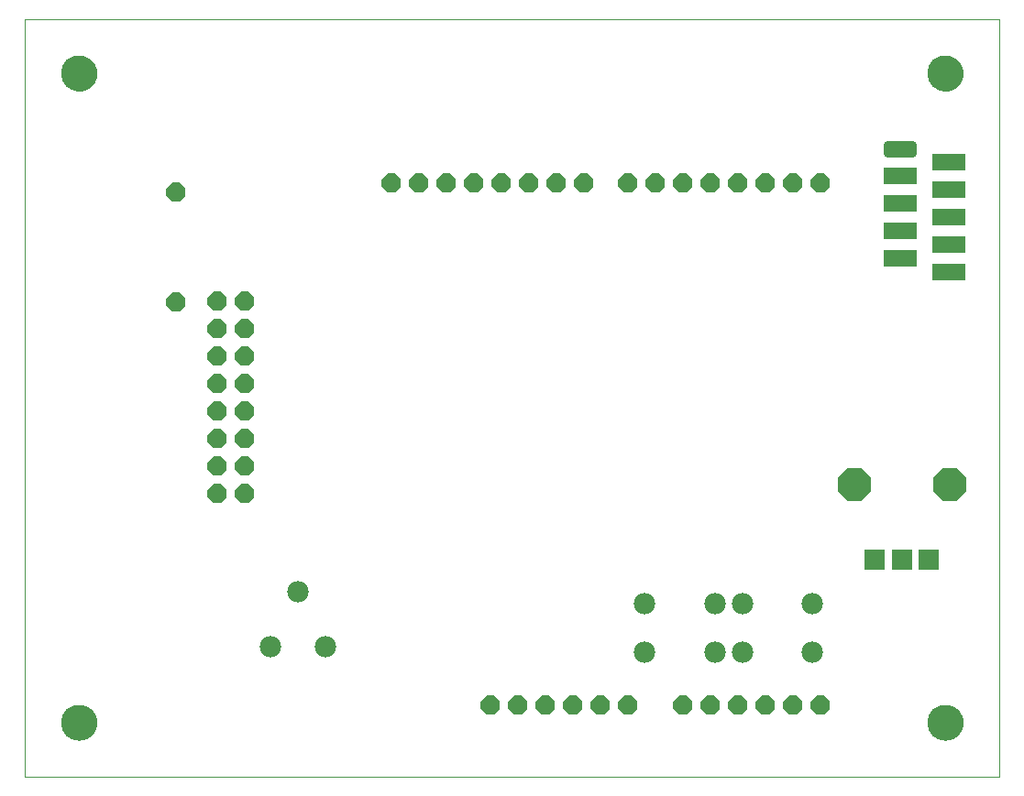
<source format=gbs>
G75*
%MOIN*%
%OFA0B0*%
%FSLAX25Y25*%
%IPPOS*%
%LPD*%
%AMOC8*
5,1,8,0,0,1.08239X$1,22.5*
%
%ADD10C,0.00394*%
%ADD11OC8,0.07000*%
%ADD12C,0.00000*%
%ADD13C,0.12998*%
%ADD14C,0.07800*%
%ADD15C,0.03153*%
%ADD16R,0.12211X0.06306*%
%ADD17R,0.07800X0.07800*%
%ADD18OC8,0.12211*%
D10*
X0020800Y0011800D02*
X0020800Y0287391D01*
X0375131Y0287391D01*
X0375131Y0011800D01*
X0020800Y0011800D01*
D11*
X0090603Y0114595D03*
X0100603Y0114595D03*
X0100603Y0124595D03*
X0090603Y0124595D03*
X0090603Y0134595D03*
X0100603Y0134595D03*
X0100603Y0144595D03*
X0090603Y0144595D03*
X0090603Y0154595D03*
X0100603Y0154595D03*
X0100603Y0164595D03*
X0090603Y0164595D03*
X0090603Y0174595D03*
X0100603Y0174595D03*
X0100603Y0184595D03*
X0090603Y0184595D03*
X0075789Y0184509D03*
X0075789Y0224509D03*
X0154170Y0227548D03*
X0164170Y0227548D03*
X0174170Y0227548D03*
X0184170Y0227548D03*
X0194170Y0227548D03*
X0204170Y0227548D03*
X0214170Y0227548D03*
X0224170Y0227548D03*
X0240170Y0227548D03*
X0250170Y0227548D03*
X0260170Y0227548D03*
X0270170Y0227548D03*
X0280170Y0227548D03*
X0290170Y0227548D03*
X0300170Y0227548D03*
X0310170Y0227548D03*
X0310170Y0037548D03*
X0300170Y0037548D03*
X0290170Y0037548D03*
X0280170Y0037548D03*
X0270170Y0037548D03*
X0260170Y0037548D03*
X0240170Y0037548D03*
X0230170Y0037548D03*
X0220170Y0037548D03*
X0210170Y0037548D03*
X0200170Y0037548D03*
X0190170Y0037548D03*
D12*
X0034186Y0031485D02*
X0034188Y0031643D01*
X0034194Y0031801D01*
X0034204Y0031959D01*
X0034218Y0032117D01*
X0034236Y0032274D01*
X0034257Y0032431D01*
X0034283Y0032587D01*
X0034313Y0032743D01*
X0034346Y0032898D01*
X0034384Y0033051D01*
X0034425Y0033204D01*
X0034470Y0033356D01*
X0034519Y0033507D01*
X0034572Y0033656D01*
X0034628Y0033804D01*
X0034688Y0033950D01*
X0034752Y0034095D01*
X0034820Y0034238D01*
X0034891Y0034380D01*
X0034965Y0034520D01*
X0035043Y0034657D01*
X0035125Y0034793D01*
X0035209Y0034927D01*
X0035298Y0035058D01*
X0035389Y0035187D01*
X0035484Y0035314D01*
X0035581Y0035439D01*
X0035682Y0035561D01*
X0035786Y0035680D01*
X0035893Y0035797D01*
X0036003Y0035911D01*
X0036116Y0036022D01*
X0036231Y0036131D01*
X0036349Y0036236D01*
X0036470Y0036338D01*
X0036593Y0036438D01*
X0036719Y0036534D01*
X0036847Y0036627D01*
X0036977Y0036717D01*
X0037110Y0036803D01*
X0037245Y0036887D01*
X0037381Y0036966D01*
X0037520Y0037043D01*
X0037661Y0037115D01*
X0037803Y0037185D01*
X0037947Y0037250D01*
X0038093Y0037312D01*
X0038240Y0037370D01*
X0038389Y0037425D01*
X0038539Y0037476D01*
X0038690Y0037523D01*
X0038842Y0037566D01*
X0038995Y0037605D01*
X0039150Y0037641D01*
X0039305Y0037672D01*
X0039461Y0037700D01*
X0039617Y0037724D01*
X0039774Y0037744D01*
X0039932Y0037760D01*
X0040089Y0037772D01*
X0040248Y0037780D01*
X0040406Y0037784D01*
X0040564Y0037784D01*
X0040722Y0037780D01*
X0040881Y0037772D01*
X0041038Y0037760D01*
X0041196Y0037744D01*
X0041353Y0037724D01*
X0041509Y0037700D01*
X0041665Y0037672D01*
X0041820Y0037641D01*
X0041975Y0037605D01*
X0042128Y0037566D01*
X0042280Y0037523D01*
X0042431Y0037476D01*
X0042581Y0037425D01*
X0042730Y0037370D01*
X0042877Y0037312D01*
X0043023Y0037250D01*
X0043167Y0037185D01*
X0043309Y0037115D01*
X0043450Y0037043D01*
X0043589Y0036966D01*
X0043725Y0036887D01*
X0043860Y0036803D01*
X0043993Y0036717D01*
X0044123Y0036627D01*
X0044251Y0036534D01*
X0044377Y0036438D01*
X0044500Y0036338D01*
X0044621Y0036236D01*
X0044739Y0036131D01*
X0044854Y0036022D01*
X0044967Y0035911D01*
X0045077Y0035797D01*
X0045184Y0035680D01*
X0045288Y0035561D01*
X0045389Y0035439D01*
X0045486Y0035314D01*
X0045581Y0035187D01*
X0045672Y0035058D01*
X0045761Y0034927D01*
X0045845Y0034793D01*
X0045927Y0034657D01*
X0046005Y0034520D01*
X0046079Y0034380D01*
X0046150Y0034238D01*
X0046218Y0034095D01*
X0046282Y0033950D01*
X0046342Y0033804D01*
X0046398Y0033656D01*
X0046451Y0033507D01*
X0046500Y0033356D01*
X0046545Y0033204D01*
X0046586Y0033051D01*
X0046624Y0032898D01*
X0046657Y0032743D01*
X0046687Y0032587D01*
X0046713Y0032431D01*
X0046734Y0032274D01*
X0046752Y0032117D01*
X0046766Y0031959D01*
X0046776Y0031801D01*
X0046782Y0031643D01*
X0046784Y0031485D01*
X0046782Y0031327D01*
X0046776Y0031169D01*
X0046766Y0031011D01*
X0046752Y0030853D01*
X0046734Y0030696D01*
X0046713Y0030539D01*
X0046687Y0030383D01*
X0046657Y0030227D01*
X0046624Y0030072D01*
X0046586Y0029919D01*
X0046545Y0029766D01*
X0046500Y0029614D01*
X0046451Y0029463D01*
X0046398Y0029314D01*
X0046342Y0029166D01*
X0046282Y0029020D01*
X0046218Y0028875D01*
X0046150Y0028732D01*
X0046079Y0028590D01*
X0046005Y0028450D01*
X0045927Y0028313D01*
X0045845Y0028177D01*
X0045761Y0028043D01*
X0045672Y0027912D01*
X0045581Y0027783D01*
X0045486Y0027656D01*
X0045389Y0027531D01*
X0045288Y0027409D01*
X0045184Y0027290D01*
X0045077Y0027173D01*
X0044967Y0027059D01*
X0044854Y0026948D01*
X0044739Y0026839D01*
X0044621Y0026734D01*
X0044500Y0026632D01*
X0044377Y0026532D01*
X0044251Y0026436D01*
X0044123Y0026343D01*
X0043993Y0026253D01*
X0043860Y0026167D01*
X0043725Y0026083D01*
X0043589Y0026004D01*
X0043450Y0025927D01*
X0043309Y0025855D01*
X0043167Y0025785D01*
X0043023Y0025720D01*
X0042877Y0025658D01*
X0042730Y0025600D01*
X0042581Y0025545D01*
X0042431Y0025494D01*
X0042280Y0025447D01*
X0042128Y0025404D01*
X0041975Y0025365D01*
X0041820Y0025329D01*
X0041665Y0025298D01*
X0041509Y0025270D01*
X0041353Y0025246D01*
X0041196Y0025226D01*
X0041038Y0025210D01*
X0040881Y0025198D01*
X0040722Y0025190D01*
X0040564Y0025186D01*
X0040406Y0025186D01*
X0040248Y0025190D01*
X0040089Y0025198D01*
X0039932Y0025210D01*
X0039774Y0025226D01*
X0039617Y0025246D01*
X0039461Y0025270D01*
X0039305Y0025298D01*
X0039150Y0025329D01*
X0038995Y0025365D01*
X0038842Y0025404D01*
X0038690Y0025447D01*
X0038539Y0025494D01*
X0038389Y0025545D01*
X0038240Y0025600D01*
X0038093Y0025658D01*
X0037947Y0025720D01*
X0037803Y0025785D01*
X0037661Y0025855D01*
X0037520Y0025927D01*
X0037381Y0026004D01*
X0037245Y0026083D01*
X0037110Y0026167D01*
X0036977Y0026253D01*
X0036847Y0026343D01*
X0036719Y0026436D01*
X0036593Y0026532D01*
X0036470Y0026632D01*
X0036349Y0026734D01*
X0036231Y0026839D01*
X0036116Y0026948D01*
X0036003Y0027059D01*
X0035893Y0027173D01*
X0035786Y0027290D01*
X0035682Y0027409D01*
X0035581Y0027531D01*
X0035484Y0027656D01*
X0035389Y0027783D01*
X0035298Y0027912D01*
X0035209Y0028043D01*
X0035125Y0028177D01*
X0035043Y0028313D01*
X0034965Y0028450D01*
X0034891Y0028590D01*
X0034820Y0028732D01*
X0034752Y0028875D01*
X0034688Y0029020D01*
X0034628Y0029166D01*
X0034572Y0029314D01*
X0034519Y0029463D01*
X0034470Y0029614D01*
X0034425Y0029766D01*
X0034384Y0029919D01*
X0034346Y0030072D01*
X0034313Y0030227D01*
X0034283Y0030383D01*
X0034257Y0030539D01*
X0034236Y0030696D01*
X0034218Y0030853D01*
X0034204Y0031011D01*
X0034194Y0031169D01*
X0034188Y0031327D01*
X0034186Y0031485D01*
X0034186Y0267706D02*
X0034188Y0267864D01*
X0034194Y0268022D01*
X0034204Y0268180D01*
X0034218Y0268338D01*
X0034236Y0268495D01*
X0034257Y0268652D01*
X0034283Y0268808D01*
X0034313Y0268964D01*
X0034346Y0269119D01*
X0034384Y0269272D01*
X0034425Y0269425D01*
X0034470Y0269577D01*
X0034519Y0269728D01*
X0034572Y0269877D01*
X0034628Y0270025D01*
X0034688Y0270171D01*
X0034752Y0270316D01*
X0034820Y0270459D01*
X0034891Y0270601D01*
X0034965Y0270741D01*
X0035043Y0270878D01*
X0035125Y0271014D01*
X0035209Y0271148D01*
X0035298Y0271279D01*
X0035389Y0271408D01*
X0035484Y0271535D01*
X0035581Y0271660D01*
X0035682Y0271782D01*
X0035786Y0271901D01*
X0035893Y0272018D01*
X0036003Y0272132D01*
X0036116Y0272243D01*
X0036231Y0272352D01*
X0036349Y0272457D01*
X0036470Y0272559D01*
X0036593Y0272659D01*
X0036719Y0272755D01*
X0036847Y0272848D01*
X0036977Y0272938D01*
X0037110Y0273024D01*
X0037245Y0273108D01*
X0037381Y0273187D01*
X0037520Y0273264D01*
X0037661Y0273336D01*
X0037803Y0273406D01*
X0037947Y0273471D01*
X0038093Y0273533D01*
X0038240Y0273591D01*
X0038389Y0273646D01*
X0038539Y0273697D01*
X0038690Y0273744D01*
X0038842Y0273787D01*
X0038995Y0273826D01*
X0039150Y0273862D01*
X0039305Y0273893D01*
X0039461Y0273921D01*
X0039617Y0273945D01*
X0039774Y0273965D01*
X0039932Y0273981D01*
X0040089Y0273993D01*
X0040248Y0274001D01*
X0040406Y0274005D01*
X0040564Y0274005D01*
X0040722Y0274001D01*
X0040881Y0273993D01*
X0041038Y0273981D01*
X0041196Y0273965D01*
X0041353Y0273945D01*
X0041509Y0273921D01*
X0041665Y0273893D01*
X0041820Y0273862D01*
X0041975Y0273826D01*
X0042128Y0273787D01*
X0042280Y0273744D01*
X0042431Y0273697D01*
X0042581Y0273646D01*
X0042730Y0273591D01*
X0042877Y0273533D01*
X0043023Y0273471D01*
X0043167Y0273406D01*
X0043309Y0273336D01*
X0043450Y0273264D01*
X0043589Y0273187D01*
X0043725Y0273108D01*
X0043860Y0273024D01*
X0043993Y0272938D01*
X0044123Y0272848D01*
X0044251Y0272755D01*
X0044377Y0272659D01*
X0044500Y0272559D01*
X0044621Y0272457D01*
X0044739Y0272352D01*
X0044854Y0272243D01*
X0044967Y0272132D01*
X0045077Y0272018D01*
X0045184Y0271901D01*
X0045288Y0271782D01*
X0045389Y0271660D01*
X0045486Y0271535D01*
X0045581Y0271408D01*
X0045672Y0271279D01*
X0045761Y0271148D01*
X0045845Y0271014D01*
X0045927Y0270878D01*
X0046005Y0270741D01*
X0046079Y0270601D01*
X0046150Y0270459D01*
X0046218Y0270316D01*
X0046282Y0270171D01*
X0046342Y0270025D01*
X0046398Y0269877D01*
X0046451Y0269728D01*
X0046500Y0269577D01*
X0046545Y0269425D01*
X0046586Y0269272D01*
X0046624Y0269119D01*
X0046657Y0268964D01*
X0046687Y0268808D01*
X0046713Y0268652D01*
X0046734Y0268495D01*
X0046752Y0268338D01*
X0046766Y0268180D01*
X0046776Y0268022D01*
X0046782Y0267864D01*
X0046784Y0267706D01*
X0046782Y0267548D01*
X0046776Y0267390D01*
X0046766Y0267232D01*
X0046752Y0267074D01*
X0046734Y0266917D01*
X0046713Y0266760D01*
X0046687Y0266604D01*
X0046657Y0266448D01*
X0046624Y0266293D01*
X0046586Y0266140D01*
X0046545Y0265987D01*
X0046500Y0265835D01*
X0046451Y0265684D01*
X0046398Y0265535D01*
X0046342Y0265387D01*
X0046282Y0265241D01*
X0046218Y0265096D01*
X0046150Y0264953D01*
X0046079Y0264811D01*
X0046005Y0264671D01*
X0045927Y0264534D01*
X0045845Y0264398D01*
X0045761Y0264264D01*
X0045672Y0264133D01*
X0045581Y0264004D01*
X0045486Y0263877D01*
X0045389Y0263752D01*
X0045288Y0263630D01*
X0045184Y0263511D01*
X0045077Y0263394D01*
X0044967Y0263280D01*
X0044854Y0263169D01*
X0044739Y0263060D01*
X0044621Y0262955D01*
X0044500Y0262853D01*
X0044377Y0262753D01*
X0044251Y0262657D01*
X0044123Y0262564D01*
X0043993Y0262474D01*
X0043860Y0262388D01*
X0043725Y0262304D01*
X0043589Y0262225D01*
X0043450Y0262148D01*
X0043309Y0262076D01*
X0043167Y0262006D01*
X0043023Y0261941D01*
X0042877Y0261879D01*
X0042730Y0261821D01*
X0042581Y0261766D01*
X0042431Y0261715D01*
X0042280Y0261668D01*
X0042128Y0261625D01*
X0041975Y0261586D01*
X0041820Y0261550D01*
X0041665Y0261519D01*
X0041509Y0261491D01*
X0041353Y0261467D01*
X0041196Y0261447D01*
X0041038Y0261431D01*
X0040881Y0261419D01*
X0040722Y0261411D01*
X0040564Y0261407D01*
X0040406Y0261407D01*
X0040248Y0261411D01*
X0040089Y0261419D01*
X0039932Y0261431D01*
X0039774Y0261447D01*
X0039617Y0261467D01*
X0039461Y0261491D01*
X0039305Y0261519D01*
X0039150Y0261550D01*
X0038995Y0261586D01*
X0038842Y0261625D01*
X0038690Y0261668D01*
X0038539Y0261715D01*
X0038389Y0261766D01*
X0038240Y0261821D01*
X0038093Y0261879D01*
X0037947Y0261941D01*
X0037803Y0262006D01*
X0037661Y0262076D01*
X0037520Y0262148D01*
X0037381Y0262225D01*
X0037245Y0262304D01*
X0037110Y0262388D01*
X0036977Y0262474D01*
X0036847Y0262564D01*
X0036719Y0262657D01*
X0036593Y0262753D01*
X0036470Y0262853D01*
X0036349Y0262955D01*
X0036231Y0263060D01*
X0036116Y0263169D01*
X0036003Y0263280D01*
X0035893Y0263394D01*
X0035786Y0263511D01*
X0035682Y0263630D01*
X0035581Y0263752D01*
X0035484Y0263877D01*
X0035389Y0264004D01*
X0035298Y0264133D01*
X0035209Y0264264D01*
X0035125Y0264398D01*
X0035043Y0264534D01*
X0034965Y0264671D01*
X0034891Y0264811D01*
X0034820Y0264953D01*
X0034752Y0265096D01*
X0034688Y0265241D01*
X0034628Y0265387D01*
X0034572Y0265535D01*
X0034519Y0265684D01*
X0034470Y0265835D01*
X0034425Y0265987D01*
X0034384Y0266140D01*
X0034346Y0266293D01*
X0034313Y0266448D01*
X0034283Y0266604D01*
X0034257Y0266760D01*
X0034236Y0266917D01*
X0034218Y0267074D01*
X0034204Y0267232D01*
X0034194Y0267390D01*
X0034188Y0267548D01*
X0034186Y0267706D01*
X0349147Y0267706D02*
X0349149Y0267864D01*
X0349155Y0268022D01*
X0349165Y0268180D01*
X0349179Y0268338D01*
X0349197Y0268495D01*
X0349218Y0268652D01*
X0349244Y0268808D01*
X0349274Y0268964D01*
X0349307Y0269119D01*
X0349345Y0269272D01*
X0349386Y0269425D01*
X0349431Y0269577D01*
X0349480Y0269728D01*
X0349533Y0269877D01*
X0349589Y0270025D01*
X0349649Y0270171D01*
X0349713Y0270316D01*
X0349781Y0270459D01*
X0349852Y0270601D01*
X0349926Y0270741D01*
X0350004Y0270878D01*
X0350086Y0271014D01*
X0350170Y0271148D01*
X0350259Y0271279D01*
X0350350Y0271408D01*
X0350445Y0271535D01*
X0350542Y0271660D01*
X0350643Y0271782D01*
X0350747Y0271901D01*
X0350854Y0272018D01*
X0350964Y0272132D01*
X0351077Y0272243D01*
X0351192Y0272352D01*
X0351310Y0272457D01*
X0351431Y0272559D01*
X0351554Y0272659D01*
X0351680Y0272755D01*
X0351808Y0272848D01*
X0351938Y0272938D01*
X0352071Y0273024D01*
X0352206Y0273108D01*
X0352342Y0273187D01*
X0352481Y0273264D01*
X0352622Y0273336D01*
X0352764Y0273406D01*
X0352908Y0273471D01*
X0353054Y0273533D01*
X0353201Y0273591D01*
X0353350Y0273646D01*
X0353500Y0273697D01*
X0353651Y0273744D01*
X0353803Y0273787D01*
X0353956Y0273826D01*
X0354111Y0273862D01*
X0354266Y0273893D01*
X0354422Y0273921D01*
X0354578Y0273945D01*
X0354735Y0273965D01*
X0354893Y0273981D01*
X0355050Y0273993D01*
X0355209Y0274001D01*
X0355367Y0274005D01*
X0355525Y0274005D01*
X0355683Y0274001D01*
X0355842Y0273993D01*
X0355999Y0273981D01*
X0356157Y0273965D01*
X0356314Y0273945D01*
X0356470Y0273921D01*
X0356626Y0273893D01*
X0356781Y0273862D01*
X0356936Y0273826D01*
X0357089Y0273787D01*
X0357241Y0273744D01*
X0357392Y0273697D01*
X0357542Y0273646D01*
X0357691Y0273591D01*
X0357838Y0273533D01*
X0357984Y0273471D01*
X0358128Y0273406D01*
X0358270Y0273336D01*
X0358411Y0273264D01*
X0358550Y0273187D01*
X0358686Y0273108D01*
X0358821Y0273024D01*
X0358954Y0272938D01*
X0359084Y0272848D01*
X0359212Y0272755D01*
X0359338Y0272659D01*
X0359461Y0272559D01*
X0359582Y0272457D01*
X0359700Y0272352D01*
X0359815Y0272243D01*
X0359928Y0272132D01*
X0360038Y0272018D01*
X0360145Y0271901D01*
X0360249Y0271782D01*
X0360350Y0271660D01*
X0360447Y0271535D01*
X0360542Y0271408D01*
X0360633Y0271279D01*
X0360722Y0271148D01*
X0360806Y0271014D01*
X0360888Y0270878D01*
X0360966Y0270741D01*
X0361040Y0270601D01*
X0361111Y0270459D01*
X0361179Y0270316D01*
X0361243Y0270171D01*
X0361303Y0270025D01*
X0361359Y0269877D01*
X0361412Y0269728D01*
X0361461Y0269577D01*
X0361506Y0269425D01*
X0361547Y0269272D01*
X0361585Y0269119D01*
X0361618Y0268964D01*
X0361648Y0268808D01*
X0361674Y0268652D01*
X0361695Y0268495D01*
X0361713Y0268338D01*
X0361727Y0268180D01*
X0361737Y0268022D01*
X0361743Y0267864D01*
X0361745Y0267706D01*
X0361743Y0267548D01*
X0361737Y0267390D01*
X0361727Y0267232D01*
X0361713Y0267074D01*
X0361695Y0266917D01*
X0361674Y0266760D01*
X0361648Y0266604D01*
X0361618Y0266448D01*
X0361585Y0266293D01*
X0361547Y0266140D01*
X0361506Y0265987D01*
X0361461Y0265835D01*
X0361412Y0265684D01*
X0361359Y0265535D01*
X0361303Y0265387D01*
X0361243Y0265241D01*
X0361179Y0265096D01*
X0361111Y0264953D01*
X0361040Y0264811D01*
X0360966Y0264671D01*
X0360888Y0264534D01*
X0360806Y0264398D01*
X0360722Y0264264D01*
X0360633Y0264133D01*
X0360542Y0264004D01*
X0360447Y0263877D01*
X0360350Y0263752D01*
X0360249Y0263630D01*
X0360145Y0263511D01*
X0360038Y0263394D01*
X0359928Y0263280D01*
X0359815Y0263169D01*
X0359700Y0263060D01*
X0359582Y0262955D01*
X0359461Y0262853D01*
X0359338Y0262753D01*
X0359212Y0262657D01*
X0359084Y0262564D01*
X0358954Y0262474D01*
X0358821Y0262388D01*
X0358686Y0262304D01*
X0358550Y0262225D01*
X0358411Y0262148D01*
X0358270Y0262076D01*
X0358128Y0262006D01*
X0357984Y0261941D01*
X0357838Y0261879D01*
X0357691Y0261821D01*
X0357542Y0261766D01*
X0357392Y0261715D01*
X0357241Y0261668D01*
X0357089Y0261625D01*
X0356936Y0261586D01*
X0356781Y0261550D01*
X0356626Y0261519D01*
X0356470Y0261491D01*
X0356314Y0261467D01*
X0356157Y0261447D01*
X0355999Y0261431D01*
X0355842Y0261419D01*
X0355683Y0261411D01*
X0355525Y0261407D01*
X0355367Y0261407D01*
X0355209Y0261411D01*
X0355050Y0261419D01*
X0354893Y0261431D01*
X0354735Y0261447D01*
X0354578Y0261467D01*
X0354422Y0261491D01*
X0354266Y0261519D01*
X0354111Y0261550D01*
X0353956Y0261586D01*
X0353803Y0261625D01*
X0353651Y0261668D01*
X0353500Y0261715D01*
X0353350Y0261766D01*
X0353201Y0261821D01*
X0353054Y0261879D01*
X0352908Y0261941D01*
X0352764Y0262006D01*
X0352622Y0262076D01*
X0352481Y0262148D01*
X0352342Y0262225D01*
X0352206Y0262304D01*
X0352071Y0262388D01*
X0351938Y0262474D01*
X0351808Y0262564D01*
X0351680Y0262657D01*
X0351554Y0262753D01*
X0351431Y0262853D01*
X0351310Y0262955D01*
X0351192Y0263060D01*
X0351077Y0263169D01*
X0350964Y0263280D01*
X0350854Y0263394D01*
X0350747Y0263511D01*
X0350643Y0263630D01*
X0350542Y0263752D01*
X0350445Y0263877D01*
X0350350Y0264004D01*
X0350259Y0264133D01*
X0350170Y0264264D01*
X0350086Y0264398D01*
X0350004Y0264534D01*
X0349926Y0264671D01*
X0349852Y0264811D01*
X0349781Y0264953D01*
X0349713Y0265096D01*
X0349649Y0265241D01*
X0349589Y0265387D01*
X0349533Y0265535D01*
X0349480Y0265684D01*
X0349431Y0265835D01*
X0349386Y0265987D01*
X0349345Y0266140D01*
X0349307Y0266293D01*
X0349274Y0266448D01*
X0349244Y0266604D01*
X0349218Y0266760D01*
X0349197Y0266917D01*
X0349179Y0267074D01*
X0349165Y0267232D01*
X0349155Y0267390D01*
X0349149Y0267548D01*
X0349147Y0267706D01*
X0349147Y0031485D02*
X0349149Y0031643D01*
X0349155Y0031801D01*
X0349165Y0031959D01*
X0349179Y0032117D01*
X0349197Y0032274D01*
X0349218Y0032431D01*
X0349244Y0032587D01*
X0349274Y0032743D01*
X0349307Y0032898D01*
X0349345Y0033051D01*
X0349386Y0033204D01*
X0349431Y0033356D01*
X0349480Y0033507D01*
X0349533Y0033656D01*
X0349589Y0033804D01*
X0349649Y0033950D01*
X0349713Y0034095D01*
X0349781Y0034238D01*
X0349852Y0034380D01*
X0349926Y0034520D01*
X0350004Y0034657D01*
X0350086Y0034793D01*
X0350170Y0034927D01*
X0350259Y0035058D01*
X0350350Y0035187D01*
X0350445Y0035314D01*
X0350542Y0035439D01*
X0350643Y0035561D01*
X0350747Y0035680D01*
X0350854Y0035797D01*
X0350964Y0035911D01*
X0351077Y0036022D01*
X0351192Y0036131D01*
X0351310Y0036236D01*
X0351431Y0036338D01*
X0351554Y0036438D01*
X0351680Y0036534D01*
X0351808Y0036627D01*
X0351938Y0036717D01*
X0352071Y0036803D01*
X0352206Y0036887D01*
X0352342Y0036966D01*
X0352481Y0037043D01*
X0352622Y0037115D01*
X0352764Y0037185D01*
X0352908Y0037250D01*
X0353054Y0037312D01*
X0353201Y0037370D01*
X0353350Y0037425D01*
X0353500Y0037476D01*
X0353651Y0037523D01*
X0353803Y0037566D01*
X0353956Y0037605D01*
X0354111Y0037641D01*
X0354266Y0037672D01*
X0354422Y0037700D01*
X0354578Y0037724D01*
X0354735Y0037744D01*
X0354893Y0037760D01*
X0355050Y0037772D01*
X0355209Y0037780D01*
X0355367Y0037784D01*
X0355525Y0037784D01*
X0355683Y0037780D01*
X0355842Y0037772D01*
X0355999Y0037760D01*
X0356157Y0037744D01*
X0356314Y0037724D01*
X0356470Y0037700D01*
X0356626Y0037672D01*
X0356781Y0037641D01*
X0356936Y0037605D01*
X0357089Y0037566D01*
X0357241Y0037523D01*
X0357392Y0037476D01*
X0357542Y0037425D01*
X0357691Y0037370D01*
X0357838Y0037312D01*
X0357984Y0037250D01*
X0358128Y0037185D01*
X0358270Y0037115D01*
X0358411Y0037043D01*
X0358550Y0036966D01*
X0358686Y0036887D01*
X0358821Y0036803D01*
X0358954Y0036717D01*
X0359084Y0036627D01*
X0359212Y0036534D01*
X0359338Y0036438D01*
X0359461Y0036338D01*
X0359582Y0036236D01*
X0359700Y0036131D01*
X0359815Y0036022D01*
X0359928Y0035911D01*
X0360038Y0035797D01*
X0360145Y0035680D01*
X0360249Y0035561D01*
X0360350Y0035439D01*
X0360447Y0035314D01*
X0360542Y0035187D01*
X0360633Y0035058D01*
X0360722Y0034927D01*
X0360806Y0034793D01*
X0360888Y0034657D01*
X0360966Y0034520D01*
X0361040Y0034380D01*
X0361111Y0034238D01*
X0361179Y0034095D01*
X0361243Y0033950D01*
X0361303Y0033804D01*
X0361359Y0033656D01*
X0361412Y0033507D01*
X0361461Y0033356D01*
X0361506Y0033204D01*
X0361547Y0033051D01*
X0361585Y0032898D01*
X0361618Y0032743D01*
X0361648Y0032587D01*
X0361674Y0032431D01*
X0361695Y0032274D01*
X0361713Y0032117D01*
X0361727Y0031959D01*
X0361737Y0031801D01*
X0361743Y0031643D01*
X0361745Y0031485D01*
X0361743Y0031327D01*
X0361737Y0031169D01*
X0361727Y0031011D01*
X0361713Y0030853D01*
X0361695Y0030696D01*
X0361674Y0030539D01*
X0361648Y0030383D01*
X0361618Y0030227D01*
X0361585Y0030072D01*
X0361547Y0029919D01*
X0361506Y0029766D01*
X0361461Y0029614D01*
X0361412Y0029463D01*
X0361359Y0029314D01*
X0361303Y0029166D01*
X0361243Y0029020D01*
X0361179Y0028875D01*
X0361111Y0028732D01*
X0361040Y0028590D01*
X0360966Y0028450D01*
X0360888Y0028313D01*
X0360806Y0028177D01*
X0360722Y0028043D01*
X0360633Y0027912D01*
X0360542Y0027783D01*
X0360447Y0027656D01*
X0360350Y0027531D01*
X0360249Y0027409D01*
X0360145Y0027290D01*
X0360038Y0027173D01*
X0359928Y0027059D01*
X0359815Y0026948D01*
X0359700Y0026839D01*
X0359582Y0026734D01*
X0359461Y0026632D01*
X0359338Y0026532D01*
X0359212Y0026436D01*
X0359084Y0026343D01*
X0358954Y0026253D01*
X0358821Y0026167D01*
X0358686Y0026083D01*
X0358550Y0026004D01*
X0358411Y0025927D01*
X0358270Y0025855D01*
X0358128Y0025785D01*
X0357984Y0025720D01*
X0357838Y0025658D01*
X0357691Y0025600D01*
X0357542Y0025545D01*
X0357392Y0025494D01*
X0357241Y0025447D01*
X0357089Y0025404D01*
X0356936Y0025365D01*
X0356781Y0025329D01*
X0356626Y0025298D01*
X0356470Y0025270D01*
X0356314Y0025246D01*
X0356157Y0025226D01*
X0355999Y0025210D01*
X0355842Y0025198D01*
X0355683Y0025190D01*
X0355525Y0025186D01*
X0355367Y0025186D01*
X0355209Y0025190D01*
X0355050Y0025198D01*
X0354893Y0025210D01*
X0354735Y0025226D01*
X0354578Y0025246D01*
X0354422Y0025270D01*
X0354266Y0025298D01*
X0354111Y0025329D01*
X0353956Y0025365D01*
X0353803Y0025404D01*
X0353651Y0025447D01*
X0353500Y0025494D01*
X0353350Y0025545D01*
X0353201Y0025600D01*
X0353054Y0025658D01*
X0352908Y0025720D01*
X0352764Y0025785D01*
X0352622Y0025855D01*
X0352481Y0025927D01*
X0352342Y0026004D01*
X0352206Y0026083D01*
X0352071Y0026167D01*
X0351938Y0026253D01*
X0351808Y0026343D01*
X0351680Y0026436D01*
X0351554Y0026532D01*
X0351431Y0026632D01*
X0351310Y0026734D01*
X0351192Y0026839D01*
X0351077Y0026948D01*
X0350964Y0027059D01*
X0350854Y0027173D01*
X0350747Y0027290D01*
X0350643Y0027409D01*
X0350542Y0027531D01*
X0350445Y0027656D01*
X0350350Y0027783D01*
X0350259Y0027912D01*
X0350170Y0028043D01*
X0350086Y0028177D01*
X0350004Y0028313D01*
X0349926Y0028450D01*
X0349852Y0028590D01*
X0349781Y0028732D01*
X0349713Y0028875D01*
X0349649Y0029020D01*
X0349589Y0029166D01*
X0349533Y0029314D01*
X0349480Y0029463D01*
X0349431Y0029614D01*
X0349386Y0029766D01*
X0349345Y0029919D01*
X0349307Y0030072D01*
X0349274Y0030227D01*
X0349244Y0030383D01*
X0349218Y0030539D01*
X0349197Y0030696D01*
X0349179Y0030853D01*
X0349165Y0031011D01*
X0349155Y0031169D01*
X0349149Y0031327D01*
X0349147Y0031485D01*
D13*
X0355446Y0031485D03*
X0355446Y0267706D03*
X0040485Y0267706D03*
X0040485Y0031485D03*
D14*
X0110209Y0059044D03*
X0130209Y0059044D03*
X0120209Y0079044D03*
X0246189Y0074834D03*
X0246189Y0057034D03*
X0271789Y0057034D03*
X0281622Y0057034D03*
X0281622Y0074834D03*
X0271789Y0074834D03*
X0307222Y0074834D03*
X0307222Y0057034D03*
D15*
X0334505Y0241853D02*
X0343563Y0241853D01*
X0343563Y0238699D01*
X0334505Y0238699D01*
X0334505Y0241853D01*
X0334505Y0241851D02*
X0343563Y0241851D01*
D16*
X0356750Y0235276D03*
X0356750Y0225276D03*
X0356750Y0215276D03*
X0356750Y0205276D03*
X0356750Y0195276D03*
X0339034Y0200276D03*
X0339034Y0210276D03*
X0339034Y0220276D03*
X0339034Y0230276D03*
D17*
X0339698Y0090540D03*
X0329855Y0090540D03*
X0349540Y0090540D03*
D18*
X0357020Y0118099D03*
X0322375Y0118099D03*
M02*

</source>
